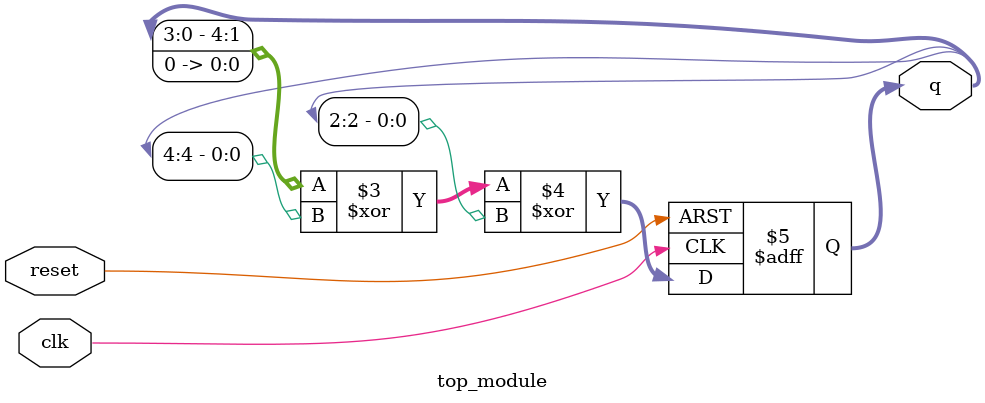
<source format=sv>
module top_module(
	input clk,
	input reset,
	output reg [4:0] q);

	always @(posedge clk or posedge reset) begin
		if (reset)
			q <= 1;
		else
			q <= q << 1 ^ q[4] ^ q[2];
	end
endmodule

</source>
